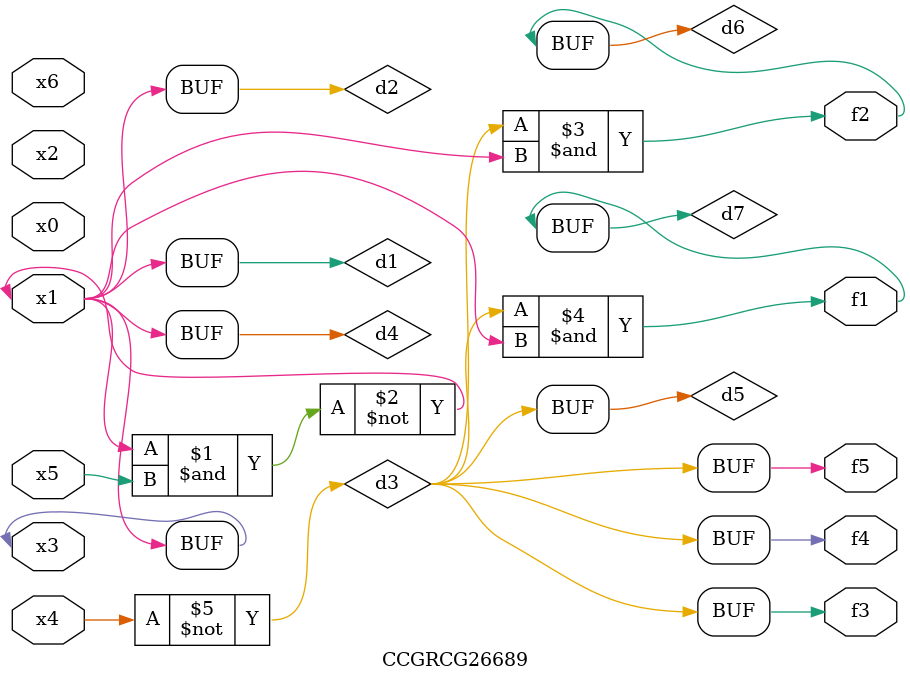
<source format=v>
module CCGRCG26689(
	input x0, x1, x2, x3, x4, x5, x6,
	output f1, f2, f3, f4, f5
);

	wire d1, d2, d3, d4, d5, d6, d7;

	buf (d1, x1, x3);
	nand (d2, x1, x5);
	not (d3, x4);
	buf (d4, d1, d2);
	buf (d5, d3);
	and (d6, d3, d4);
	and (d7, d3, d4);
	assign f1 = d7;
	assign f2 = d6;
	assign f3 = d5;
	assign f4 = d5;
	assign f5 = d5;
endmodule

</source>
